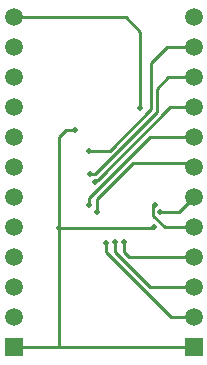
<source format=gbl>
%FSAX24Y24*%
%MOIN*%
G70*
G01*
G75*
G04 Layer_Physical_Order=2*
G04 Layer_Color=16711680*
%ADD10R,0.0610X0.0138*%
%ADD11R,0.0374X0.0532*%
%ADD12C,0.0100*%
%ADD13C,0.0591*%
%ADD14R,0.0591X0.0591*%
%ADD15C,0.0200*%
D12*
X016206Y016006D02*
X016700Y016500D01*
X015586Y016006D02*
X016206D01*
X015730Y015500D02*
X016700D01*
X015336Y015894D02*
X015730Y015500D01*
X015336Y015894D02*
Y016208D01*
X015390Y016262D01*
X012196Y011536D02*
Y015494D01*
X012160Y011500D02*
X012196Y011536D01*
X010700Y011500D02*
X016700D01*
X012196Y015494D02*
X015360D01*
X015950Y012500D02*
X016700D01*
X013760Y014690D02*
X015950Y012500D01*
X013760Y014690D02*
Y014990D01*
X015250Y013500D02*
X016700D01*
X014060Y014690D02*
X015250Y013500D01*
X014060Y014690D02*
Y015000D01*
X014533Y014500D02*
X016700D01*
X014360Y014673D02*
X014533Y014500D01*
X014360Y014673D02*
Y015010D01*
X015237Y018500D02*
X016700D01*
X013218Y016262D02*
Y016481D01*
X015237Y018500D01*
X014670Y017650D02*
X016550D01*
X013468Y016448D02*
X014670Y017650D01*
X013468Y016010D02*
Y016448D01*
X013505Y017085D02*
X015920Y019500D01*
X013465Y017085D02*
X013505D01*
X015920Y019500D02*
X016700D01*
X016550Y017650D02*
X016700Y017500D01*
X013405Y017285D02*
X015470Y019350D01*
X013235Y017285D02*
X013405D01*
X013890Y018053D02*
X015270Y019433D01*
X013197Y018053D02*
X013890D01*
X015270Y019433D02*
Y020970D01*
X015470Y019350D02*
Y020120D01*
X013410Y017030D02*
X013465Y017085D01*
X015850Y020500D02*
X016700D01*
X015470Y020120D02*
X015850Y020500D01*
X015800Y021500D02*
X016700D01*
X015270Y020970D02*
X015800Y021500D01*
X010700Y022500D02*
X014430D01*
X014915Y022015D01*
Y019495D02*
Y022015D01*
X012450Y018760D02*
X012730D01*
X012196Y018506D02*
X012450Y018760D01*
X012196Y015494D02*
Y018506D01*
D13*
X010700Y022500D02*
D03*
Y021500D02*
D03*
Y020500D02*
D03*
Y019500D02*
D03*
Y018500D02*
D03*
Y017500D02*
D03*
Y016500D02*
D03*
Y015500D02*
D03*
Y014500D02*
D03*
Y013500D02*
D03*
Y012500D02*
D03*
X016700Y022500D02*
D03*
Y021500D02*
D03*
Y020500D02*
D03*
Y019500D02*
D03*
Y018500D02*
D03*
Y017500D02*
D03*
Y016500D02*
D03*
Y015500D02*
D03*
Y014500D02*
D03*
Y013500D02*
D03*
Y012500D02*
D03*
D14*
X010700Y011500D02*
D03*
X016700D02*
D03*
D15*
X015586Y016006D02*
D03*
X015390Y016262D02*
D03*
X015360Y015500D02*
D03*
X014360Y015010D02*
D03*
X014060Y015000D02*
D03*
X013760Y014990D02*
D03*
X013470Y016010D02*
D03*
X013218Y016262D02*
D03*
X013235Y017285D02*
D03*
X013410Y017030D02*
D03*
X014915Y019495D02*
D03*
X012730Y018760D02*
D03*
X012196Y015494D02*
D03*
X013197Y018053D02*
D03*
M02*

</source>
